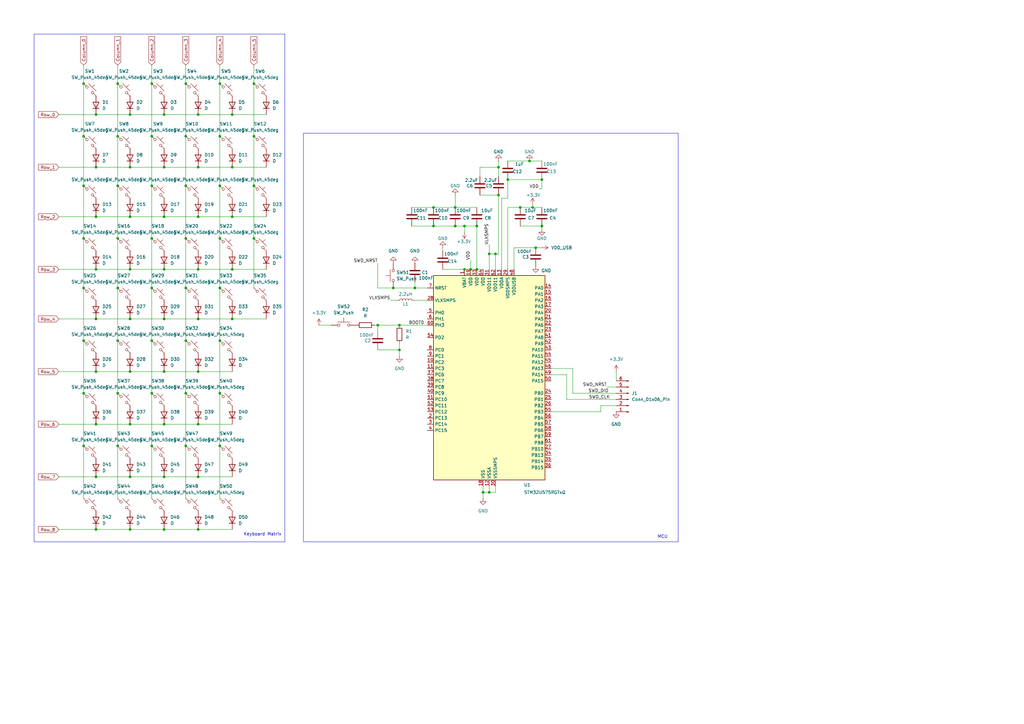
<source format=kicad_sch>
(kicad_sch (version 20250114) (generator "eeschema") (generator_version "9.0")
  (paper "A3")
  (rectangle (start 124.46 54.61) (end 278.13 222.25))
  (rectangle (start 13.97 13.97) (end 116.84 222.25))
  (text "MCU" (at 271.78 220.218 0) (effects (font (size 1.27 1.27))))
  (text "Keyboard Matrix" (at 107.696 219.202 0) (effects (font (size 1.27 1.27))))
  (junction (at 213.36 85.09))
  (junction (at 62.23 97.79))
  (junction (at 34.29 118.11))
  (junction (at 39.37 152.4))
  (junction (at 90.17 139.7))
  (junction (at 34.29 97.79))
  (junction (at 48.26 182.88))
  (junction (at 67.31 173.99))
  (junction (at 208.28 73.66))
  (junction (at 62.23 161.29))
  (junction (at 34.29 76.2))
  (junction (at 177.8 92.71))
  (junction (at 62.23 55.88))
  (junction (at 76.2 139.7))
  (junction (at 53.34 46.99))
  (junction (at 67.31 110.49))
  (junction (at 104.14 34.29))
  (junction (at 204.47 80.01))
  (junction (at 81.28 195.58))
  (junction (at 39.37 130.81))
  (junction (at 62.23 76.2))
  (junction (at 90.17 76.2))
  (junction (at 177.8 85.09))
  (junction (at 67.31 217.17))
  (junction (at 53.34 88.9))
  (junction (at 81.28 68.58))
  (junction (at 34.29 139.7))
  (junction (at 81.28 217.17))
  (junction (at 154.94 133.35))
  (junction (at 163.83 133.35))
  (junction (at 217.17 66.04))
  (junction (at 90.17 182.88))
  (junction (at 81.28 110.49))
  (junction (at 76.2 34.29))
  (junction (at 62.23 118.11))
  (junction (at 62.23 182.88))
  (junction (at 53.34 195.58))
  (junction (at 81.28 130.81))
  (junction (at 67.31 68.58))
  (junction (at 62.23 139.7))
  (junction (at 95.25 110.49))
  (junction (at 48.26 97.79))
  (junction (at 104.14 76.2))
  (junction (at 170.18 118.11))
  (junction (at 190.5 92.71))
  (junction (at 34.29 34.29))
  (junction (at 195.58 92.71))
  (junction (at 39.37 110.49))
  (junction (at 67.31 88.9))
  (junction (at 53.34 110.49))
  (junction (at 81.28 46.99))
  (junction (at 95.25 68.58))
  (junction (at 95.25 88.9))
  (junction (at 48.26 161.29))
  (junction (at 218.44 85.09))
  (junction (at 34.29 161.29))
  (junction (at 219.71 101.6))
  (junction (at 48.26 55.88))
  (junction (at 53.34 68.58))
  (junction (at 186.69 92.71))
  (junction (at 81.28 173.99))
  (junction (at 95.25 130.81))
  (junction (at 200.66 104.14))
  (junction (at 62.23 34.29))
  (junction (at 67.31 130.81))
  (junction (at 161.29 118.11))
  (junction (at 48.26 34.29))
  (junction (at 48.26 139.7))
  (junction (at 76.2 55.88))
  (junction (at 53.34 152.4))
  (junction (at 190.5 110.49))
  (junction (at 104.14 55.88))
  (junction (at 195.58 110.49))
  (junction (at 53.34 217.17))
  (junction (at 90.17 34.29))
  (junction (at 204.47 68.58))
  (junction (at 76.2 97.79))
  (junction (at 90.17 97.79))
  (junction (at 53.34 130.81))
  (junction (at 48.26 76.2))
  (junction (at 76.2 118.11))
  (junction (at 198.12 201.93))
  (junction (at 67.31 152.4))
  (junction (at 39.37 68.58))
  (junction (at 200.66 201.93))
  (junction (at 90.17 161.29))
  (junction (at 222.25 92.71))
  (junction (at 39.37 217.17))
  (junction (at 76.2 182.88))
  (junction (at 76.2 76.2))
  (junction (at 34.29 55.88))
  (junction (at 39.37 46.99))
  (junction (at 186.69 85.09))
  (junction (at 90.17 55.88))
  (junction (at 48.26 118.11))
  (junction (at 67.31 46.99))
  (junction (at 163.83 143.51))
  (junction (at 76.2 161.29))
  (junction (at 34.29 182.88))
  (junction (at 90.17 118.11))
  (junction (at 39.37 88.9))
  (junction (at 222.25 73.66))
  (junction (at 39.37 195.58))
  (junction (at 39.37 173.99))
  (junction (at 104.14 97.79))
  (junction (at 203.2 104.14))
  (junction (at 81.28 88.9))
  (junction (at 53.34 173.99))
  (junction (at 81.28 152.4))
  (junction (at 193.04 110.49))
  (junction (at 67.31 195.58))
  (junction (at 95.25 46.99))
  (wire (pts (xy 90.17 26.67) (xy 90.17 34.29)))
  (wire (pts (xy 217.17 66.04) (xy 208.28 66.04)))
  (wire (pts (xy 81.28 110.49) (xy 95.25 110.49)))
  (wire (pts (xy 34.29 161.29) (xy 34.29 182.88)))
  (wire (pts (xy 48.26 97.79) (xy 48.26 118.11)))
  (wire (pts (xy 200.66 104.14) (xy 203.2 104.14)))
  (wire (pts (xy 226.06 153.67) (xy 232.41 153.67)))
  (wire (pts (xy 24.13 217.17) (xy 39.37 217.17)))
  (wire (pts (xy 48.26 118.11) (xy 48.26 139.7)))
  (wire (pts (xy 203.2 104.14) (xy 203.2 110.49)))
  (wire (pts (xy 190.5 92.71) (xy 190.5 95.25)))
  (wire (pts (xy 48.26 34.29) (xy 48.26 55.88)))
  (wire (pts (xy 67.31 173.99) (xy 81.28 173.99)))
  (wire (pts (xy 200.66 104.14) (xy 200.66 110.49)))
  (wire (pts (xy 95.25 68.58) (xy 109.22 68.58)))
  (wire (pts (xy 190.5 92.71) (xy 195.58 92.71)))
  (wire (pts (xy 200.66 201.93) (xy 203.2 201.93)))
  (wire (pts (xy 246.38 168.91) (xy 246.38 166.37)))
  (wire (pts (xy 95.25 46.99) (xy 109.22 46.99)))
  (wire (pts (xy 81.28 130.81) (xy 95.25 130.81)))
  (wire (pts (xy 34.29 55.88) (xy 34.29 76.2)))
  (wire (pts (xy 210.82 101.6) (xy 210.82 110.49)))
  (wire (pts (xy 104.14 34.29) (xy 104.14 55.88)))
  (wire (pts (xy 62.23 182.88) (xy 62.23 204.47)))
  (wire (pts (xy 153.67 133.35) (xy 154.94 133.35)))
  (wire (pts (xy 67.31 152.4) (xy 81.28 152.4)))
  (wire (pts (xy 76.2 182.88) (xy 76.2 204.47)))
  (wire (pts (xy 170.18 118.11) (xy 175.26 118.11)))
  (wire (pts (xy 67.31 130.81) (xy 81.28 130.81)))
  (wire (pts (xy 232.41 163.83) (xy 252.73 163.83)))
  (wire (pts (xy 170.18 123.19) (xy 175.26 123.19)))
  (wire (pts (xy 195.58 110.49) (xy 198.12 110.49)))
  (wire (pts (xy 220.98 77.47) (xy 222.25 77.47)))
  (wire (pts (xy 24.13 130.81) (xy 39.37 130.81)))
  (wire (pts (xy 62.23 161.29) (xy 62.23 182.88)))
  (wire (pts (xy 53.34 130.81) (xy 67.31 130.81)))
  (wire (pts (xy 53.34 46.99) (xy 67.31 46.99)))
  (wire (pts (xy 24.13 68.58) (xy 39.37 68.58)))
  (wire (pts (xy 24.13 152.4) (xy 39.37 152.4)))
  (wire (pts (xy 76.2 139.7) (xy 76.2 161.29)))
  (wire (pts (xy 39.37 130.81) (xy 53.34 130.81)))
  (wire (pts (xy 76.2 161.29) (xy 76.2 182.88)))
  (wire (pts (xy 53.34 88.9) (xy 67.31 88.9)))
  (wire (pts (xy 81.28 46.99) (xy 95.25 46.99)))
  (wire (pts (xy 163.83 143.51) (xy 163.83 140.97)))
  (wire (pts (xy 200.66 100.33) (xy 200.66 104.14)))
  (wire (pts (xy 248.92 158.75) (xy 252.73 158.75)))
  (wire (pts (xy 168.91 92.71) (xy 177.8 92.71)))
  (wire (pts (xy 222.25 85.09) (xy 218.44 85.09)))
  (wire (pts (xy 205.74 110.49) (xy 205.74 81.28)))
  (wire (pts (xy 48.26 161.29) (xy 48.26 182.88)))
  (wire (pts (xy 198.12 199.39) (xy 198.12 201.93)))
  (wire (pts (xy 62.23 97.79) (xy 62.23 118.11)))
  (wire (pts (xy 90.17 55.88) (xy 90.17 76.2)))
  (wire (pts (xy 160.02 123.19) (xy 162.56 123.19)))
  (wire (pts (xy 95.25 88.9) (xy 109.22 88.9)))
  (wire (pts (xy 204.47 104.14) (xy 203.2 104.14)))
  (wire (pts (xy 53.34 195.58) (xy 67.31 195.58)))
  (wire (pts (xy 39.37 68.58) (xy 53.34 68.58)))
  (wire (pts (xy 226.06 168.91) (xy 246.38 168.91)))
  (wire (pts (xy 62.23 118.11) (xy 62.23 139.7)))
  (wire (pts (xy 62.23 139.7) (xy 62.23 161.29)))
  (wire (pts (xy 190.5 110.49) (xy 193.04 110.49)))
  (wire (pts (xy 154.94 118.11) (xy 161.29 118.11)))
  (wire (pts (xy 76.2 118.11) (xy 76.2 139.7)))
  (wire (pts (xy 198.12 201.93) (xy 198.12 204.47)))
  (wire (pts (xy 81.28 68.58) (xy 95.25 68.58)))
  (wire (pts (xy 181.61 110.49) (xy 190.5 110.49)))
  (wire (pts (xy 246.38 166.37) (xy 252.73 166.37)))
  (wire (pts (xy 90.17 76.2) (xy 90.17 97.79)))
  (wire (pts (xy 95.25 130.81) (xy 109.22 130.81)))
  (wire (pts (xy 204.47 66.04) (xy 204.47 68.58)))
  (wire (pts (xy 48.26 76.2) (xy 48.26 97.79)))
  (wire (pts (xy 234.95 161.29) (xy 252.73 161.29)))
  (wire (pts (xy 90.17 182.88) (xy 90.17 204.47)))
  (wire (pts (xy 48.26 26.67) (xy 48.26 34.29)))
  (wire (pts (xy 163.83 146.05) (xy 163.83 143.51)))
  (wire (pts (xy 104.14 97.79) (xy 104.14 118.11)))
  (wire (pts (xy 208.28 81.28) (xy 205.74 81.28)))
  (wire (pts (xy 208.28 73.66) (xy 208.28 81.28)))
  (wire (pts (xy 196.85 72.39) (xy 196.85 68.58)))
  (wire (pts (xy 39.37 173.99) (xy 53.34 173.99)))
  (wire (pts (xy 196.85 80.01) (xy 204.47 80.01)))
  (wire (pts (xy 218.44 83.82) (xy 218.44 85.09)))
  (wire (pts (xy 24.13 195.58) (xy 39.37 195.58)))
  (wire (pts (xy 76.2 34.29) (xy 76.2 55.88)))
  (wire (pts (xy 62.23 76.2) (xy 62.23 97.79)))
  (wire (pts (xy 62.23 34.29) (xy 62.23 55.88)))
  (wire (pts (xy 204.47 68.58) (xy 204.47 72.39)))
  (wire (pts (xy 67.31 195.58) (xy 81.28 195.58)))
  (wire (pts (xy 90.17 118.11) (xy 90.17 139.7)))
  (wire (pts (xy 62.23 26.67) (xy 62.23 34.29)))
  (wire (pts (xy 67.31 88.9) (xy 81.28 88.9)))
  (wire (pts (xy 53.34 152.4) (xy 67.31 152.4)))
  (wire (pts (xy 213.36 92.71) (xy 222.25 92.71)))
  (wire (pts (xy 208.28 73.66) (xy 222.25 73.66)))
  (wire (pts (xy 200.66 199.39) (xy 200.66 201.93)))
  (wire (pts (xy 154.94 107.95) (xy 154.94 118.11)))
  (wire (pts (xy 62.23 55.88) (xy 62.23 76.2)))
  (wire (pts (xy 234.95 151.13) (xy 234.95 161.29)))
  (wire (pts (xy 67.31 46.99) (xy 81.28 46.99)))
  (wire (pts (xy 24.13 88.9) (xy 39.37 88.9)))
  (wire (pts (xy 81.28 173.99) (xy 95.25 173.99)))
  (wire (pts (xy 222.25 66.04) (xy 217.17 66.04)))
  (wire (pts (xy 222.25 77.47) (xy 222.25 73.66)))
  (wire (pts (xy 34.29 139.7) (xy 34.29 161.29)))
  (wire (pts (xy 24.13 46.99) (xy 39.37 46.99)))
  (wire (pts (xy 81.28 217.17) (xy 95.25 217.17)))
  (wire (pts (xy 34.29 97.79) (xy 34.29 118.11)))
  (wire (pts (xy 252.73 152.4) (xy 252.73 156.21)))
  (wire (pts (xy 177.8 92.71) (xy 186.69 92.71)))
  (wire (pts (xy 90.17 97.79) (xy 90.17 118.11)))
  (wire (pts (xy 53.34 110.49) (xy 67.31 110.49)))
  (wire (pts (xy 24.13 173.99) (xy 39.37 173.99)))
  (wire (pts (xy 154.94 133.35) (xy 154.94 135.89)))
  (wire (pts (xy 76.2 76.2) (xy 76.2 97.79)))
  (wire (pts (xy 186.69 85.09) (xy 195.58 85.09)))
  (wire (pts (xy 104.14 76.2) (xy 104.14 97.79)))
  (wire (pts (xy 154.94 133.35) (xy 163.83 133.35)))
  (wire (pts (xy 39.37 46.99) (xy 53.34 46.99)))
  (wire (pts (xy 208.28 85.09) (xy 213.36 85.09)))
  (wire (pts (xy 222.25 92.71) (xy 222.25 93.98)))
  (wire (pts (xy 213.36 85.09) (xy 218.44 85.09)))
  (wire (pts (xy 226.06 151.13) (xy 234.95 151.13)))
  (wire (pts (xy 81.28 195.58) (xy 95.25 195.58)))
  (wire (pts (xy 104.14 26.67) (xy 104.14 34.29)))
  (wire (pts (xy 67.31 217.17) (xy 81.28 217.17)))
  (wire (pts (xy 193.04 106.68) (xy 193.04 110.49)))
  (wire (pts (xy 53.34 173.99) (xy 67.31 173.99)))
  (wire (pts (xy 195.58 92.71) (xy 195.58 110.49)))
  (wire (pts (xy 95.25 110.49) (xy 109.22 110.49)))
  (wire (pts (xy 34.29 26.67) (xy 34.29 34.29)))
  (wire (pts (xy 104.14 55.88) (xy 104.14 76.2)))
  (wire (pts (xy 67.31 68.58) (xy 81.28 68.58)))
  (wire (pts (xy 34.29 34.29) (xy 34.29 55.88)))
  (wire (pts (xy 39.37 152.4) (xy 53.34 152.4)))
  (wire (pts (xy 130.81 133.35) (xy 135.89 133.35)))
  (wire (pts (xy 34.29 118.11) (xy 34.29 139.7)))
  (wire (pts (xy 186.69 92.71) (xy 190.5 92.71)))
  (wire (pts (xy 34.29 76.2) (xy 34.29 97.79)))
  (wire (pts (xy 81.28 88.9) (xy 95.25 88.9)))
  (wire (pts (xy 48.26 55.88) (xy 48.26 76.2)))
  (wire (pts (xy 90.17 34.29) (xy 90.17 55.88)))
  (wire (pts (xy 204.47 80.01) (xy 204.47 104.14)))
  (wire (pts (xy 222.25 101.6) (xy 219.71 101.6)))
  (wire (pts (xy 48.26 182.88) (xy 48.26 204.47)))
  (wire (pts (xy 90.17 139.7) (xy 90.17 161.29)))
  (wire (pts (xy 161.29 118.11) (xy 170.18 118.11)))
  (wire (pts (xy 154.94 143.51) (xy 163.83 143.51)))
  (wire (pts (xy 203.2 199.39) (xy 203.2 201.93)))
  (wire (pts (xy 186.69 80.01) (xy 186.69 85.09)))
  (wire (pts (xy 76.2 26.67) (xy 76.2 34.29)))
  (wire (pts (xy 90.17 161.29) (xy 90.17 182.88)))
  (wire (pts (xy 39.37 88.9) (xy 53.34 88.9)))
  (wire (pts (xy 198.12 201.93) (xy 200.66 201.93)))
  (wire (pts (xy 168.91 85.09) (xy 177.8 85.09)))
  (wire (pts (xy 76.2 97.79) (xy 76.2 118.11)))
  (wire (pts (xy 39.37 110.49) (xy 53.34 110.49)))
  (wire (pts (xy 81.28 152.4) (xy 95.25 152.4)))
  (wire (pts (xy 232.41 153.67) (xy 232.41 163.83)))
  (wire (pts (xy 196.85 68.58) (xy 204.47 68.58)))
  (wire (pts (xy 170.18 115.57) (xy 170.18 118.11)))
  (wire (pts (xy 53.34 68.58) (xy 67.31 68.58)))
  (wire (pts (xy 48.26 139.7) (xy 48.26 161.29)))
  (wire (pts (xy 53.34 217.17) (xy 67.31 217.17)))
  (wire (pts (xy 163.83 133.35) (xy 175.26 133.35)))
  (wire (pts (xy 177.8 85.09) (xy 186.69 85.09)))
  (wire (pts (xy 219.71 101.6) (xy 210.82 101.6)))
  (wire (pts (xy 39.37 217.17) (xy 53.34 217.17)))
  (wire (pts (xy 208.28 85.09) (xy 208.28 110.49)))
  (wire (pts (xy 34.29 182.88) (xy 34.29 204.47)))
  (wire (pts (xy 39.37 195.58) (xy 53.34 195.58)))
  (wire (pts (xy 193.04 110.49) (xy 195.58 110.49)))
  (wire (pts (xy 24.13 110.49) (xy 39.37 110.49)))
  (wire (pts (xy 181.61 101.6) (xy 181.61 102.87)))
  (wire (pts (xy 67.31 110.49) (xy 81.28 110.49)))
  (wire (pts (xy 76.2 55.88) (xy 76.2 76.2)))
  (label "VDD" (at 220.98 77.47 180))
  (label "VLXSMPS" (at 200.66 100.33 90))
  (label "BOOT0" (at 167.64 133.35 0))
  (label "SWD_CLK" (at 250.19 163.83 180))
  (label "VLXSMPS" (at 160.02 123.19 180))
  (label "SWD_DIO" (at 241.3 161.29 0))
  (label "SWD_NRST" (at 154.94 107.95 180))
  (label "VDD" (at 193.04 106.68 90))
  (label "SWD_NRST" (at 248.92 158.75 180))
  (global_label "Column_0" (shape input) (at 34.29 26.67 90) (property "Intersheetrefs" "${INTERSHEET_REFS}" (effects (hide yes))))
  (global_label "Row_5" (shape input) (at 24.13 152.4 180) (property "Intersheetrefs" "${INTERSHEET_REFS}" (effects (hide yes))))
  (global_label "Column_1" (shape input) (at 48.26 26.67 90) (property "Intersheetrefs" "${INTERSHEET_REFS}" (effects (hide yes))))
  (global_label "Row_7" (shape input) (at 24.13 195.58 180) (property "Intersheetrefs" "${INTERSHEET_REFS}" (effects (hide yes))))
  (global_label "Row_4" (shape input) (at 24.13 130.81 180) (property "Intersheetrefs" "${INTERSHEET_REFS}" (effects (hide yes))))
  (global_label "Row_1" (shape input) (at 24.13 68.58 180) (property "Intersheetrefs" "${INTERSHEET_REFS}" (effects (hide yes))))
  (global_label "Row_6" (shape input) (at 24.13 173.99 180) (property "Intersheetrefs" "${INTERSHEET_REFS}" (effects (hide yes))))
  (global_label "Column_3" (shape input) (at 76.2 26.67 90) (property "Intersheetrefs" "${INTERSHEET_REFS}" (effects (hide yes))))
  (global_label "Column_2" (shape input) (at 62.23 26.67 90) (property "Intersheetrefs" "${INTERSHEET_REFS}" (effects (hide yes))))
  (global_label "Row_2" (shape input) (at 24.13 88.9 180) (property "Intersheetrefs" "${INTERSHEET_REFS}" (effects (hide yes))))
  (global_label "Row_0" (shape input) (at 24.13 46.99 180) (property "Intersheetrefs" "${INTERSHEET_REFS}" (effects (hide yes))))
  (global_label "Column_4" (shape input) (at 90.17 26.67 90) (property "Intersheetrefs" "${INTERSHEET_REFS}" (effects (hide yes))))
  (global_label "Column_5" (shape input) (at 104.14 26.67 90) (property "Intersheetrefs" "${INTERSHEET_REFS}" (effects (hide yes))))
  (global_label "Row_3" (shape input) (at 24.13 110.49 180) (property "Intersheetrefs" "${INTERSHEET_REFS}" (effects (hide yes))))
  (global_label "Row_8" (shape input) (at 24.13 217.17 180) (property "Intersheetrefs" "${INTERSHEET_REFS}" (effects (hide yes))))
  (symbol (lib_id "power:GND") (at 163.83 146.05 0) (unit 1)
    (property "Reference" "#PWR05" (effects (hide yes)))
    (property "Value" "GND" (at 163.83 151.13 0))
    (property "Description" "Power symbol creates a global label with name \"GND\" , ground" (effects (hide yes)))
  )
  (symbol (lib_id "Switch:SW_Push_45deg") (at 78.74 142.24 0) (unit 1)
    (property "Reference" "SW32" (at 78.74 134.62 0))
    (property "Value" "SW_Push_45deg" (at 78.74 137.16 0))
    (property "Description" "Push button switch, normally open, two pins, 45° tilted" (effects (hide yes)))
  )
  (symbol (lib_id "Switch:SW_Push_45deg") (at 50.8 100.33 0) (unit 1)
    (property "Reference" "SW16" (at 50.8 92.71 0))
    (property "Value" "SW_Push_45deg" (at 50.8 95.25 0))
    (property "Description" "Push button switch, normally open, two pins, 45° tilted" (effects (hide yes)))
  )
  (symbol (lib_id "Device:D") (at 39.37 191.77 90) (unit 1)
    (property "Reference" "D41" (at 41.91 190.4999 90) (effects (justify right)))
    (property "Value" "D" (at 41.91 193.0399 90) (effects (justify right)))
    (property "Description" "Diode" (effects (hide yes)))
    (property "Sim.Device" "D" (effects (hide yes)))
    (property "Sim.Pins" "1=K 2=A" (effects (hide yes)))
  )
  (symbol (lib_id "Switch:SW_Push_45deg") (at 50.8 36.83 0) (unit 1)
    (property "Reference" "SW2" (at 50.8 29.21 0))
    (property "Value" "SW_Push_45deg" (at 50.8 31.75 0))
    (property "Description" "Push button switch, normally open, two pins, 45° tilted" (effects (hide yes)))
  )
  (symbol (lib_id "Device:D") (at 81.28 85.09 90) (unit 1)
    (property "Reference" "D19" (at 83.82 83.8199 90) (effects (justify right)))
    (property "Value" "D" (at 83.82 86.3599 90) (effects (justify right)))
    (property "Description" "Diode" (effects (hide yes)))
    (property "Sim.Device" "D" (effects (hide yes)))
    (property "Sim.Pins" "1=K 2=A" (effects (hide yes)))
  )
  (symbol (lib_id "Device:D") (at 67.31 191.77 90) (unit 1)
    (property "Reference" "D45" (at 69.85 190.4999 90) (effects (justify right)))
    (property "Value" "D" (at 69.85 193.0399 90) (effects (justify right)))
    (property "Description" "Diode" (effects (hide yes)))
    (property "Sim.Device" "D" (effects (hide yes)))
    (property "Sim.Pins" "1=K 2=A" (effects (hide yes)))
  )
  (symbol (lib_id "power:+3.3V") (at 218.44 83.82 0) (unit 1)
    (property "Reference" "#PWR010" (effects (hide yes)))
    (property "Value" "+3.3V" (at 218.694 80.01 0))
    (property "Description" "Power symbol creates a global label with name \"+3.3V\"" (effects (hide yes)))
  )
  (symbol (lib_id "Device:D") (at 109.22 43.18 90) (unit 1)
    (property "Reference" "D6" (at 111.76 41.9099 90) (effects (justify right)))
    (property "Value" "D" (at 111.76 44.4499 90) (effects (justify right)))
    (property "Description" "Diode" (effects (hide yes)))
    (property "Sim.Device" "D" (effects (hide yes)))
    (property "Sim.Pins" "1=K 2=A" (effects (hide yes)))
  )
  (symbol (lib_id "Device:L") (at 166.37 123.19 90) (unit 1)
    (property "Reference" "L1" (at 166.37 124.714 90))
    (property "Value" "2.2uH" (at 166.37 120.65 90))
    (property "Description" "Inductor" (effects (hide yes)))
  )
  (symbol (lib_id "Switch:SW_Push_45deg") (at 64.77 185.42 0) (unit 1)
    (property "Reference" "SW45" (at 64.77 177.8 0))
    (property "Value" "SW_Push_45deg" (at 64.77 180.34 0))
    (property "Description" "Push button switch, normally open, two pins, 45° tilted" (effects (hide yes)))
  )
  (symbol (lib_id "Switch:SW_Push_45deg") (at 36.83 36.83 0) (unit 1)
    (property "Reference" "SW1" (at 36.83 29.21 0))
    (property "Value" "SW_Push_45deg" (at 36.83 31.75 0))
    (property "Description" "Push button switch, normally open, two pins, 45° tilted" (effects (hide yes)))
  )
  (symbol (lib_id "Device:D") (at 81.28 64.77 90) (unit 1)
    (property "Reference" "D10" (at 83.82 63.4999 90) (effects (justify right)))
    (property "Value" "D" (at 83.82 66.0399 90) (effects (justify right)))
    (property "Description" "Diode" (effects (hide yes)))
    (property "Sim.Device" "D" (effects (hide yes)))
    (property "Sim.Pins" "1=K 2=A" (effects (hide yes)))
  )
  (symbol (lib_id "Switch:SW_Push_45deg") (at 36.83 58.42 0) (unit 1)
    (property "Reference" "SW7" (at 36.83 50.8 0))
    (property "Value" "SW_Push_45deg" (at 36.83 53.34 0))
    (property "Description" "Push button switch, normally open, two pins, 45° tilted" (effects (hide yes)))
  )
  (symbol (lib_id "Device:D") (at 95.25 148.59 90) (unit 1)
    (property "Reference" "D34" (at 97.79 147.3199 90) (effects (justify right)))
    (property "Value" "D" (at 97.79 149.8599 90) (effects (justify right)))
    (property "Description" "Diode" (effects (hide yes)))
    (property "Sim.Device" "D" (effects (hide yes)))
    (property "Sim.Pins" "1=K 2=A" (effects (hide yes)))
  )
  (symbol (lib_id "Device:D") (at 67.31 170.18 90) (unit 1)
    (property "Reference" "D38" (at 69.85 168.9099 90) (effects (justify right)))
    (property "Value" "D" (at 69.85 171.4499 90) (effects (justify right)))
    (property "Description" "Diode" (effects (hide yes)))
    (property "Sim.Device" "D" (effects (hide yes)))
    (property "Sim.Pins" "1=K 2=A" (effects (hide yes)))
  )
  (symbol (lib_id "Device:C") (at 196.85 76.2 180) (unit 1)
    (property "Reference" "C6" (at 194.056 76.2 0) (effects (justify left)))
    (property "Value" "2.2uF" (at 196.088 73.914 0) (effects (justify left)))
    (property "Description" "Unpolarized capacitor" (effects (hide yes)))
  )
  (symbol (lib_id "Switch:SW_Push_45deg") (at 106.68 78.74 0) (unit 1)
    (property "Reference" "SW23" (effects (hide yes)))
    (property "Value" "SW_Push_45deg" (at 106.68 73.66 0))
    (property "Description" "Push button switch, normally open, two pins, 45° tilted" (effects (hide yes)))
  )
  (symbol (lib_id "Switch:SW_Push_45deg") (at 36.83 185.42 0) (unit 1)
    (property "Reference" "SW41" (at 36.83 177.8 0))
    (property "Value" "SW_Push_45deg" (at 36.83 180.34 0))
    (property "Description" "Push button switch, normally open, two pins, 45° tilted" (effects (hide yes)))
  )
  (symbol (lib_id "Device:D") (at 67.31 213.36 90) (unit 1)
    (property "Reference" "D46" (at 69.85 212.0899 90) (effects (justify right)))
    (property "Value" "D" (at 69.85 214.6299 90) (effects (justify right)))
    (property "Description" "Diode" (effects (hide yes)))
    (property "Sim.Device" "D" (effects (hide yes)))
    (property "Sim.Pins" "1=K 2=A" (effects (hide yes)))
  )
  (symbol (lib_id "Device:C") (at 204.47 76.2 180) (unit 1)
    (property "Reference" "C5" (at 201.93 76.2 0) (effects (justify left)))
    (property "Value" "2.2uF" (at 203.962 73.914 0) (effects (justify left)))
    (property "Description" "Unpolarized capacitor" (effects (hide yes)))
  )
  (symbol (lib_id "Switch:SW_Push_45deg") (at 36.83 207.01 0) (unit 1)
    (property "Reference" "SW42" (at 36.83 199.39 0))
    (property "Value" "SW_Push_45deg" (at 36.83 201.93 0))
    (property "Description" "Push button switch, normally open, two pins, 45° tilted" (effects (hide yes)))
  )
  (symbol (lib_id "power:GND") (at 186.69 80.01 180) (unit 1)
    (property "Reference" "#PWR014" (effects (hide yes)))
    (property "Value" "GND" (at 186.69 76.2 0))
    (property "Description" "Power symbol creates a global label with name \"GND\" , ground" (effects (hide yes)))
  )
  (symbol (lib_id "Device:D") (at 39.37 170.18 90) (unit 1)
    (property "Reference" "D36" (at 41.91 168.9099 90) (effects (justify right)))
    (property "Value" "D" (at 41.91 171.4499 90) (effects (justify right)))
    (property "Description" "Diode" (effects (hide yes)))
    (property "Sim.Device" "D" (effects (hide yes)))
    (property "Sim.Pins" "1=K 2=A" (effects (hide yes)))
  )
  (symbol (lib_id "Device:D") (at 81.28 106.68 90) (unit 1)
    (property "Reference" "D20" (at 83.82 105.4099 90) (effects (justify right)))
    (property "Value" "D" (at 83.82 107.9499 90) (effects (justify right)))
    (property "Description" "Diode" (effects (hide yes)))
    (property "Sim.Device" "D" (effects (hide yes)))
    (property "Sim.Pins" "1=K 2=A" (effects (hide yes)))
  )
  (symbol (lib_id "Device:D") (at 53.34 127 90) (unit 1)
    (property "Reference" "D27" (at 55.88 125.7299 90) (effects (justify right)))
    (property "Value" "D" (at 55.88 128.2699 90) (effects (justify right)))
    (property "Description" "Diode" (effects (hide yes)))
    (property "Sim.Device" "D" (effects (hide yes)))
    (property "Sim.Pins" "1=K 2=A" (effects (hide yes)))
  )
  (symbol (lib_id "Device:D") (at 39.37 43.18 90) (unit 1)
    (property "Reference" "D1" (at 41.91 41.9099 90) (effects (justify right)))
    (property "Value" "D" (at 41.91 44.4499 90) (effects (justify right)))
    (property "Description" "Diode" (effects (hide yes)))
    (property "Sim.Device" "D" (effects (hide yes)))
    (property "Sim.Pins" "1=K 2=A" (effects (hide yes)))
  )
  (symbol (lib_id "Switch:SW_Push_45deg") (at 78.74 207.01 0) (unit 1)
    (property "Reference" "SW48" (at 78.74 199.39 0))
    (property "Value" "SW_Push_45deg" (at 78.74 201.93 0))
    (property "Description" "Push button switch, normally open, two pins, 45° tilted" (effects (hide yes)))
  )
  (symbol (lib_id "Device:D") (at 39.37 85.09 90) (unit 1)
    (property "Reference" "D13" (at 41.91 83.8199 90) (effects (justify right)))
    (property "Value" "D" (at 41.91 86.3599 90) (effects (justify right)))
    (property "Description" "Diode" (effects (hide yes)))
    (property "Sim.Device" "D" (effects (hide yes)))
    (property "Sim.Pins" "1=K 2=A" (effects (hide yes)))
  )
  (symbol (lib_id "Device:D") (at 67.31 106.68 90) (unit 1)
    (property "Reference" "D18" (at 69.85 105.4099 90) (effects (justify right)))
    (property "Value" "D" (at 69.85 107.9499 90) (effects (justify right)))
    (property "Description" "Diode" (effects (hide yes)))
    (property "Sim.Device" "D" (effects (hide yes)))
    (property "Sim.Pins" "1=K 2=A" (effects (hide yes)))
  )
  (symbol (lib_id "Switch:SW_Push_45deg") (at 50.8 78.74 0) (unit 1)
    (property "Reference" "SW15" (effects (hide yes)))
    (property "Value" "SW_Push_45deg" (at 50.8 73.66 0))
    (property "Description" "Push button switch, normally open, two pins, 45° tilted" (effects (hide yes)))
  )
  (symbol (lib_id "Switch:SW_Push_45deg") (at 106.68 120.65 0) (unit 1)
    (property "Reference" "SW35" (at 106.68 113.03 0))
    (property "Value" "SW_Push_45deg" (at 106.68 115.57 0))
    (property "Description" "Push button switch, normally open, two pins, 45° tilted" (effects (hide yes)))
  )
  (symbol (lib_id "Device:D") (at 67.31 85.09 90) (unit 1)
    (property "Reference" "D17" (at 69.85 83.8199 90) (effects (justify right)))
    (property "Value" "D" (at 69.85 86.3599 90) (effects (justify right)))
    (property "Description" "Diode" (effects (hide yes)))
    (property "Sim.Device" "D" (effects (hide yes)))
    (property "Sim.Pins" "1=K 2=A" (effects (hide yes)))
  )
  (symbol (lib_id "Device:D") (at 39.37 213.36 90) (unit 1)
    (property "Reference" "D42" (at 41.91 212.0899 90) (effects (justify right)))
    (property "Value" "D" (at 41.91 214.6299 90) (effects (justify right)))
    (property "Description" "Diode" (effects (hide yes)))
    (property "Sim.Device" "D" (effects (hide yes)))
    (property "Sim.Pins" "1=K 2=A" (effects (hide yes)))
  )
  (symbol (lib_id "Device:D") (at 81.28 127 90) (unit 1)
    (property "Reference" "D31" (at 83.82 125.7299 90) (effects (justify right)))
    (property "Value" "D" (at 83.82 128.2699 90) (effects (justify right)))
    (property "Description" "Diode" (effects (hide yes)))
    (property "Sim.Device" "D" (effects (hide yes)))
    (property "Sim.Pins" "1=K 2=A" (effects (hide yes)))
  )
  (symbol (lib_id "Device:R") (at 163.83 137.16 0) (unit 1)
    (property "Reference" "R1" (at 166.37 135.8899 0) (effects (justify left)))
    (property "Value" "R" (at 166.37 138.4299 0) (effects (justify left)))
    (property "Description" "Resistor" (effects (hide yes)))
  )
  (symbol (lib_id "power:GND") (at 204.47 66.04 180) (unit 1)
    (property "Reference" "#PWR012" (effects (hide yes)))
    (property "Value" "GND" (at 204.47 62.23 0))
    (property "Description" "Power symbol creates a global label with name \"GND\" , ground" (effects (hide yes)))
  )
  (symbol (lib_id "Device:D") (at 81.28 213.36 90) (unit 1)
    (property "Reference" "D48" (at 83.82 212.0899 90) (effects (justify right)))
    (property "Value" "D" (at 83.82 214.6299 90) (effects (justify right)))
    (property "Description" "Diode" (effects (hide yes)))
    (property "Sim.Device" "D" (effects (hide yes)))
    (property "Sim.Pins" "1=K 2=A" (effects (hide yes)))
  )
  (symbol (lib_id "Device:C") (at 208.28 69.85 180) (unit 1)
    (property "Reference" "C12" (at 214.122 70.358 0) (effects (justify left)))
    (property "Value" "1uF" (at 214.884 67.31 0) (effects (justify left)))
    (property "Description" "Unpolarized capacitor" (effects (hide yes)))
  )
  (symbol (lib_id "Switch:SW_Push") (at 140.97 133.35 0) (unit 1)
    (property "Reference" "SW52" (at 140.97 125.73 0))
    (property "Value" "SW_Push" (at 140.97 128.27 0))
    (property "Description" "Push button switch, generic, two pins" (effects (hide yes)))
  )
  (symbol (lib_id "Device:D") (at 53.34 106.68 90) (unit 1)
    (property "Reference" "D16" (at 55.88 105.4099 90) (effects (justify right)))
    (property "Value" "D" (at 55.88 107.9499 90) (effects (justify right)))
    (property "Description" "Diode" (effects (hide yes)))
    (property "Sim.Device" "D" (effects (hide yes)))
    (property "Sim.Pins" "1=K 2=A" (effects (hide yes)))
  )
  (symbol (lib_id "Switch:SW_Push_45deg") (at 78.74 36.83 0) (unit 1)
    (property "Reference" "SW4" (at 78.74 29.21 0))
    (property "Value" "SW_Push_45deg" (at 78.74 31.75 0))
    (property "Description" "Push button switch, normally open, two pins, 45° tilted" (effects (hide yes)))
  )
  (symbol (lib_id "Device:D") (at 95.25 85.09 90) (unit 1)
    (property "Reference" "D21" (at 97.79 83.8199 90) (effects (justify right)))
    (property "Value" "D" (at 97.79 86.3599 90) (effects (justify right)))
    (property "Description" "Diode" (effects (hide yes)))
    (property "Sim.Device" "D" (effects (hide yes)))
    (property "Sim.Pins" "1=K 2=A" (effects (hide yes)))
  )
  (symbol (lib_id "Switch:SW_Push_45deg") (at 92.71 120.65 0) (unit 1)
    (property "Reference" "SW33" (at 92.71 113.03 0))
    (property "Value" "SW_Push_45deg" (at 92.71 115.57 0))
    (property "Description" "Push button switch, normally open, two pins, 45° tilted" (effects (hide yes)))
  )
  (symbol (lib_id "Device:D") (at 109.22 85.09 90) (unit 1)
    (property "Reference" "D23" (at 111.76 83.8199 90) (effects (justify right)))
    (property "Value" "D" (at 111.76 86.3599 90) (effects (justify right)))
    (property "Description" "Diode" (effects (hide yes)))
    (property "Sim.Device" "D" (effects (hide yes)))
    (property "Sim.Pins" "1=K 2=A" (effects (hide yes)))
  )
  (symbol (lib_id "Switch:SW_Push_45deg") (at 50.8 163.83 0) (unit 1)
    (property "Reference" "SW37" (at 50.8 156.21 0))
    (property "Value" "SW_Push_45deg" (at 50.8 158.75 0))
    (property "Description" "Push button switch, normally open, two pins, 45° tilted" (effects (hide yes)))
  )
  (symbol (lib_id "Switch:SW_Push_45deg") (at 64.77 58.42 0) (unit 1)
    (property "Reference" "SW9" (at 64.77 50.8 0))
    (property "Value" "SW_Push_45deg" (at 64.77 53.34 0))
    (property "Description" "Push button switch, normally open, two pins, 45° tilted" (effects (hide yes)))
  )
  (symbol (lib_id "power:+3.3V") (at 252.73 152.4 0) (unit 1)
    (property "Reference" "#PWR02" (effects (hide yes)))
    (property "Value" "+3.3V" (at 252.73 147.32 0))
    (property "Description" "Power symbol creates a global label with name \"+3.3V\"" (effects (hide yes)))
  )
  (symbol (lib_id "Switch:SW_Push_45deg") (at 92.71 185.42 0) (unit 1)
    (property "Reference" "SW49" (at 92.71 177.8 0))
    (property "Value" "SW_Push_45deg" (at 92.71 180.34 0))
    (property "Description" "Push button switch, normally open, two pins, 45° tilted" (effects (hide yes)))
  )
  (symbol (lib_id "Device:D") (at 95.25 191.77 90) (unit 1)
    (property "Reference" "D49" (at 97.79 190.4999 90) (effects (justify right)))
    (property "Value" "D" (at 97.79 193.0399 90) (effects (justify right)))
    (property "Description" "Diode" (effects (hide yes)))
    (property "Sim.Device" "D" (effects (hide yes)))
    (property "Sim.Pins" "1=K 2=A" (effects (hide yes)))
  )
  (symbol (lib_id "Device:D") (at 53.34 64.77 90) (unit 1)
    (property "Reference" "D8" (at 55.88 63.4999 90) (effects (justify right)))
    (property "Value" "D" (at 55.88 66.0399 90) (effects (justify right)))
    (property "Description" "Diode" (effects (hide yes)))
    (property "Sim.Device" "D" (effects (hide yes)))
    (property "Sim.Pins" "1=K 2=A" (effects (hide yes)))
  )
  (symbol (lib_id "Switch:SW_Push_45deg") (at 64.77 163.83 0) (unit 1)
    (property "Reference" "SW38" (at 64.77 156.21 0))
    (property "Value" "SW_Push_45deg" (at 64.77 158.75 0))
    (property "Description" "Push button switch, normally open, two pins, 45° tilted" (effects (hide yes)))
  )
  (symbol (lib_id "Device:D") (at 81.28 43.18 90) (unit 1)
    (property "Reference" "D4" (at 83.82 41.9099 90) (effects (justify right)))
    (property "Value" "D" (at 83.82 44.4499 90) (effects (justify right)))
    (property "Description" "Diode" (effects (hide yes)))
    (property "Sim.Device" "D" (effects (hide yes)))
    (property "Sim.Pins" "1=K 2=A" (effects (hide yes)))
  )
  (symbol (lib_id "Switch:SW_Push_45deg") (at 78.74 58.42 0) (unit 1)
    (property "Reference" "SW10" (at 78.74 50.8 0))
    (property "Value" "SW_Push_45deg" (at 78.74 53.34 0))
    (property "Description" "Push button switch, normally open, two pins, 45° tilted" (effects (hide yes)))
  )
  (symbol (lib_id "Switch:SW_Push_45deg") (at 78.74 185.42 0) (unit 1)
    (property "Reference" "SW47" (at 78.74 177.8 0))
    (property "Value" "SW_Push_45deg" (at 78.74 180.34 0))
    (property "Description" "Push button switch, normally open, two pins, 45° tilted" (effects (hide yes)))
  )
  (symbol (lib_id "Device:C") (at 219.71 105.41 180) (unit 1)
    (property "Reference" "C3" (at 216.916 105.41 0) (effects (justify left)))
    (property "Value" "100nF" (at 218.186 103.124 0) (effects (justify left)))
    (property "Description" "Unpolarized capacitor" (effects (hide yes)))
  )
  (symbol (lib_id "Device:D") (at 95.25 213.36 90) (unit 1)
    (property "Reference" "D50" (at 97.79 212.0899 90) (effects (justify right)))
    (property "Value" "D" (at 97.79 214.6299 90) (effects (justify right)))
    (property "Description" "Diode" (effects (hide yes)))
    (property "Sim.Device" "D" (effects (hide yes)))
    (property "Sim.Pins" "1=K 2=A" (effects (hide yes)))
  )
  (symbol (lib_id "power:+3.3V") (at 190.5 95.25 180) (unit 1)
    (property "Reference" "#PWR013" (effects (hide yes)))
    (property "Value" "+3.3V" (at 190.246 99.06 0))
    (property "Description" "Power symbol creates a global label with name \"+3.3V\"" (effects (hide yes)))
  )
  (symbol (lib_id "Switch:SW_Push_45deg") (at 92.71 207.01 0) (unit 1)
    (property "Reference" "SW50" (at 92.71 199.39 0))
    (property "Value" "SW_Push_45deg" (at 92.71 201.93 0))
    (property "Description" "Push button switch, normally open, two pins, 45° tilted" (effects (hide yes)))
  )
  (symbol (lib_id "Switch:SW_Push_45deg") (at 64.77 78.74 0) (unit 1)
    (property "Reference" "SW17" (effects (hide yes)))
    (property "Value" "SW_Push_45deg" (at 64.77 73.66 0))
    (property "Description" "Push button switch, normally open, two pins, 45° tilted" (effects (hide yes)))
  )
  (symbol (lib_id "power:GND") (at 222.25 93.98 0) (unit 1)
    (property "Reference" "#PWR011" (effects (hide yes)))
    (property "Value" "GND" (at 222.25 97.79 0))
    (property "Description" "Power symbol creates a global label with name \"GND\" , ground" (effects (hide yes)))
  )
  (symbol (lib_id "Switch:SW_Push_45deg") (at 92.71 78.74 0) (unit 1)
    (property "Reference" "SW21" (effects (hide yes)))
    (property "Value" "SW_Push_45deg" (at 92.71 73.66 0))
    (property "Description" "Push button switch, normally open, two pins, 45° tilted" (effects (hide yes)))
  )
  (symbol (lib_id "Device:D") (at 109.22 127 90) (unit 1)
    (property "Reference" "D35" (at 111.76 125.7299 90) (effects (justify right)))
    (property "Value" "D" (at 111.76 128.2699 90) (effects (justify right)))
    (property "Description" "Diode" (effects (hide yes)))
    (property "Sim.Device" "D" (effects (hide yes)))
    (property "Sim.Pins" "1=K 2=A" (effects (hide yes)))
  )
  (symbol (lib_id "power:VDD") (at 222.25 101.6 270) (unit 1)
    (property "Reference" "#PWR08" (effects (hide yes)))
    (property "Value" "VDD_USB" (at 226.06 101.5999 90) (effects (justify left)))
    (property "Description" "Power symbol creates a global label with name \"VDD\"" (effects (hide yes)))
  )
  (symbol (lib_id "Switch:SW_Push_45deg") (at 106.68 100.33 0) (unit 1)
    (property "Reference" "SW24" (at 106.68 92.71 0))
    (property "Value" "SW_Push_45deg" (at 106.68 95.25 0))
    (property "Description" "Push button switch, normally open, two pins, 45° tilted" (effects (hide yes)))
  )
  (symbol (lib_id "Device:D") (at 95.25 170.18 90) (unit 1)
    (property "Reference" "D40" (at 97.79 168.9099 90) (effects (justify right)))
    (property "Value" "D" (at 97.79 171.4499 90) (effects (justify right)))
    (property "Description" "Diode" (effects (hide yes)))
    (property "Sim.Device" "D" (effects (hide yes)))
    (property "Sim.Pins" "1=K 2=A" (effects (hide yes)))
  )
  (symbol (lib_id "Switch:SW_Push_45deg") (at 50.8 120.65 0) (unit 1)
    (property "Reference" "SW27" (at 50.8 113.03 0))
    (property "Value" "SW_Push_45deg" (at 50.8 115.57 0))
    (property "Description" "Push button switch, normally open, two pins, 45° tilted" (effects (hide yes)))
  )
  (symbol (lib_id "Switch:SW_Push_45deg") (at 64.77 142.24 0) (unit 1)
    (property "Reference" "SW30" (at 64.77 134.62 0))
    (property "Value" "SW_Push_45deg" (at 64.77 137.16 0))
    (property "Description" "Push button switch, normally open, two pins, 45° tilted" (effects (hide yes)))
  )
  (symbol (lib_id "Device:C") (at 154.94 139.7 180) (unit 1)
    (property "Reference" "C2" (at 152.146 139.7 0) (effects (justify left)))
    (property "Value" "100nF" (at 153.416 137.414 0) (effects (justify left)))
    (property "Description" "Unpolarized capacitor" (effects (hide yes)))
  )
  (symbol (lib_id "Switch:SW_Push_45deg") (at 78.74 163.83 0) (unit 1)
    (property "Reference" "SW39" (at 78.74 156.21 0))
    (property "Value" "SW_Push_45deg" (at 78.74 158.75 0))
    (property "Description" "Push button switch, normally open, two pins, 45° tilted" (effects (hide yes)))
  )
  (symbol (lib_id "Connector:Conn_01x06_Pin") (at 257.81 163.83 180) (unit 1)
    (property "Reference" "J1" (at 259.08 161.2899 0) (effects (justify right)))
    (property "Value" "Conn_01x06_Pin" (at 259.08 163.8299 0) (effects (justify right)))
    (property "Description" "Generic connector, single row, 01x06, script generated" (effects (hide yes)))
  )
  (symbol (lib_id "Device:D") (at 95.25 106.68 90) (unit 1)
    (property "Reference" "D22" (at 97.79 105.4099 90) (effects (justify right)))
    (property "Value" "D" (at 97.79 107.9499 90) (effects (justify right)))
    (property "Description" "Diode" (effects (hide yes)))
    (property "Sim.Device" "D" (effects (hide yes)))
    (property "Sim.Pins" "1=K 2=A" (effects (hide yes)))
  )
  (symbol (lib_id "Device:R") (at 149.86 133.35 90) (unit 1)
    (property "Reference" "R2" (at 149.86 127 90))
    (property "Value" "R" (at 149.86 129.54 90))
    (property "Description" "Resistor" (effects (hide yes)))
  )
  (symbol (lib_id "Device:D") (at 81.28 148.59 90) (unit 1)
    (property "Reference" "D32" (at 83.82 147.3199 90) (effects (justify right)))
    (property "Value" "D" (at 83.82 149.8599 90) (effects (justify right)))
    (property "Description" "Diode" (effects (hide yes)))
    (property "Sim.Device" "D" (effects (hide yes)))
    (property "Sim.Pins" "1=K 2=A" (effects (hide yes)))
  )
  (symbol (lib_id "Switch:SW_Push_45deg") (at 92.71 36.83 0) (unit 1)
    (property "Reference" "SW5" (at 92.71 29.21 0))
    (property "Value" "SW_Push_45deg" (at 92.71 31.75 0))
    (property "Description" "Push button switch, normally open, two pins, 45° tilted" (effects (hide yes)))
  )
  (symbol (lib_id "Switch:SW_Push_45deg") (at 92.71 163.83 0) (unit 1)
    (property "Reference" "SW40" (at 92.71 156.21 0))
    (property "Value" "SW_Push_45deg" (at 92.71 158.75 0))
    (property "Description" "Push button switch, normally open, two pins, 45° tilted" (effects (hide yes)))
  )
  (symbol (lib_id "Switch:SW_Push_45deg") (at 106.68 36.83 0) (unit 1)
    (property "Reference" "SW6" (at 106.68 29.21 0))
    (property "Value" "SW_Push_45deg" (at 106.68 31.75 0))
    (property "Description" "Push button switch, normally open, two pins, 45° tilted" (effects (hide yes)))
  )
  (symbol (lib_id "Switch:SW_Push_45deg") (at 36.83 142.24 0) (unit 1)
    (property "Reference" "SW26" (at 36.83 134.62 0))
    (property "Value" "SW_Push_45deg" (at 36.83 137.16 0))
    (property "Description" "Push button switch, normally open, two pins, 45° tilted" (effects (hide yes)))
  )
  (symbol (lib_id "Device:D") (at 67.31 64.77 90) (unit 1)
    (property "Reference" "D9" (at 69.85 63.4999 90) (effects (justify right)))
    (property "Value" "D" (at 69.85 66.0399 90) (effects (justify right)))
    (property "Description" "Diode" (effects (hide yes)))
    (property "Sim.Device" "D" (effects (hide yes)))
    (property "Sim.Pins" "1=K 2=A" (effects (hide yes)))
  )
  (symbol (lib_id "Device:C") (at 181.61 106.68 180) (unit 1)
    (property "Reference" "C14" (at 187.452 107.188 0) (effects (justify left)))
    (property "Value" "100nF" (at 188.214 104.14 0) (effects (justify left)))
    (property "Description" "Unpolarized capacitor" (effects (hide yes)))
  )
  (symbol (lib_id "Device:D") (at 53.34 170.18 90) (unit 1)
    (property "Reference" "D37" (at 55.88 168.9099 90) (effects (justify right)))
    (property "Value" "D" (at 55.88 171.4499 90) (effects (justify right)))
    (property "Description" "Diode" (effects (hide yes)))
    (property "Sim.Device" "D" (effects (hide yes)))
    (property "Sim.Pins" "1=K 2=A" (effects (hide yes)))
  )
  (symbol (lib_id "Device:D") (at 39.37 127 90) (unit 1)
    (property "Reference" "D25" (at 41.91 125.7299 90) (effects (justify right)))
    (property "Value" "D" (at 41.91 128.2699 90) (effects (justify right)))
    (property "Description" "Diode" (effects (hide yes)))
    (property "Sim.Device" "D" (effects (hide yes)))
    (property "Sim.Pins" "1=K 2=A" (effects (hide yes)))
  )
  (symbol (lib_id "MCU_ST_STM32U5:STM32U575RGTxQ") (at 200.66 156.21 0) (unit 1)
    (property "Reference" "U1" (at 214.884 198.882 0) (effects (justify left)))
    (property "Value" "STM32U575RGTxQ" (at 214.884 201.93 0) (effects (justify left)))
    (property "Footprint" "Package_QFP:LQFP-64_10x10mm_P0.5mm" (effects (hide yes)))
    (property "Datasheet" "https://www.st.com/resource/en/datasheet/stm32u575rg.pdf" (effects (hide yes)))
    (property "Description" "STMicroelectronics Arm Cortex-M33 MCU, 1024KB flash, 786KB RAM, 160 MHz, 1.71-3.6V, 47 GPIO, LQFP64" (effects (hide yes)))
  )
  (symbol (lib_id "Device:D") (at 67.31 43.18 90) (unit 1)
    (property "Reference" "D3" (at 69.85 41.9099 90) (effects (justify right)))
    (property "Value" "D" (at 69.85 44.4499 90) (effects (justify right)))
    (property "Description" "Diode" (effects (hide yes)))
    (property "Sim.Device" "D" (effects (hide yes)))
    (property "Sim.Pins" "1=K 2=A" (effects (hide yes)))
  )
  (symbol (lib_id "Device:C") (at 177.8 88.9 180) (unit 1)
    (property "Reference" "C10" (at 183.642 89.408 0) (effects (justify left)))
    (property "Value" "100nF" (at 184.404 86.36 0) (effects (justify left)))
    (property "Description" "Unpolarized capacitor" (effects (hide yes)))
  )
  (symbol (lib_id "Device:D") (at 53.34 43.18 90) (unit 1)
    (property "Reference" "D2" (at 55.88 41.9099 90) (effects (justify right)))
    (property "Value" "D" (at 55.88 44.4499 90) (effects (justify right)))
    (property "Description" "Diode" (effects (hide yes)))
    (property "Sim.Device" "D" (effects (hide yes)))
    (property "Sim.Pins" "1=K 2=A" (effects (hide yes)))
  )
  (symbol (lib_id "Switch:SW_Push_45deg") (at 92.71 58.42 0) (unit 1)
    (property "Reference" "SW11" (at 92.71 50.8 0))
    (property "Value" "SW_Push_45deg" (at 92.71 53.34 0))
    (property "Description" "Push button switch, normally open, two pins, 45° tilted" (effects (hide yes)))
  )
  (symbol (lib_id "Switch:SW_Push_45deg") (at 92.71 100.33 0) (unit 1)
    (property "Reference" "SW22" (at 92.71 92.71 0))
    (property "Value" "SW_Push_45deg" (at 92.71 95.25 0))
    (property "Description" "Push button switch, normally open, two pins, 45° tilted" (effects (hide yes)))
  )
  (symbol (lib_id "Device:D") (at 53.34 148.59 90) (unit 1)
    (property "Reference" "D28" (at 55.88 147.3199 90) (effects (justify right)))
    (property "Value" "D" (at 55.88 149.8599 90) (effects (justify right)))
    (property "Description" "Diode" (effects (hide yes)))
    (property "Sim.Device" "D" (effects (hide yes)))
    (property "Sim.Pins" "1=K 2=A" (effects (hide yes)))
  )
  (symbol (lib_id "Device:C") (at 213.36 88.9 180) (unit 1)
    (property "Reference" "C7" (at 219.202 89.408 0) (effects (justify left)))
    (property "Value" "10uF" (at 219.964 86.36 0) (effects (justify left)))
    (property "Description" "Unpolarized capacitor" (effects (hide yes)))
  )
  (symbol (lib_id "Device:D") (at 53.34 191.77 90) (unit 1)
    (property "Reference" "D43" (at 55.88 190.4999 90) (effects (justify right)))
    (property "Value" "D" (at 55.88 193.0399 90) (effects (justify right)))
    (property "Description" "Diode" (effects (hide yes)))
    (property "Sim.Device" "D" (effects (hide yes)))
    (property "Sim.Pins" "1=K 2=A" (effects (hide yes)))
  )
  (symbol (lib_id "Switch:SW_Push_45deg") (at 64.77 36.83 0) (unit 1)
    (property "Reference" "SW3" (at 64.77 29.21 0))
    (property "Value" "SW_Push_45deg" (at 64.77 31.75 0))
    (property "Description" "Push button switch, normally open, two pins, 45° tilted" (effects (hide yes)))
  )
  (symbol (lib_id "Switch:SW_Push_45deg") (at 50.8 142.24 0) (unit 1)
    (property "Reference" "SW28" (at 50.8 134.62 0))
    (property "Value" "SW_Push_45deg" (at 50.8 137.16 0))
    (property "Description" "Push button switch, normally open, two pins, 45° tilted" (effects (hide yes)))
  )
  (symbol (lib_id "Device:C") (at 195.58 88.9 180) (unit 1)
    (property "Reference" "C8" (at 201.422 89.408 0) (effects (justify left)))
    (property "Value" "10uF" (at 202.184 86.36 0) (effects (justify left)))
    (property "Description" "Unpolarized capacitor" (effects (hide yes)))
  )
  (symbol (lib_id "power:GND") (at 170.18 107.95 180) (unit 1)
    (property "Reference" "#PWR03" (effects (hide yes)))
    (property "Value" "GND" (at 170.18 102.87 0))
    (property "Description" "Power symbol creates a global label with name \"GND\" , ground" (effects (hide yes)))
  )
  (symbol (lib_id "Switch:SW_Push_45deg") (at 36.83 120.65 0) (unit 1)
    (property "Reference" "SW25" (at 36.83 113.03 0))
    (property "Value" "SW_Push_45deg" (at 36.83 115.57 0))
    (property "Description" "Push button switch, normally open, two pins, 45° tilted" (effects (hide yes)))
  )
  (symbol (lib_id "Switch:SW_Push_45deg") (at 50.8 207.01 0) (unit 1)
    (property "Reference" "SW44" (at 50.8 199.39 0))
    (property "Value" "SW_Push_45deg" (at 50.8 201.93 0))
    (property "Description" "Push button switch, normally open, two pins, 45° tilted" (effects (hide yes)))
  )
  (symbol (lib_id "Device:D") (at 67.31 148.59 90) (unit 1)
    (property "Reference" "D30" (at 69.85 147.3199 90) (effects (justify right)))
    (property "Value" "D" (at 69.85 149.8599 90) (effects (justify right)))
    (property "Description" "Diode" (effects (hide yes)))
    (property "Sim.Device" "D" (effects (hide yes)))
    (property "Sim.Pins" "1=K 2=A" (effects (hide yes)))
  )
  (symbol (lib_id "power:GND") (at 198.12 204.47 0) (unit 1)
    (property "Reference" "#PWR07" (effects (hide yes)))
    (property "Value" "GND" (at 198.12 209.55 0))
    (property "Description" "Power symbol creates a global label with name \"GND\" , ground" (effects (hide yes)))
  )
  (symbol (lib_id "power:+3.3V") (at 130.81 133.35 0) (unit 1)
    (property "Reference" "#PWR06" (effects (hide yes)))
    (property "Value" "+3.3V" (at 130.81 128.27 0))
    (property "Description" "Power symbol creates a global label with name \"+3.3V\"" (effects (hide yes)))
  )
  (symbol (lib_id "Switch:SW_Push_45deg") (at 64.77 100.33 0) (unit 1)
    (property "Reference" "SW18" (at 64.77 92.71 0))
    (property "Value" "SW_Push_45deg" (at 64.77 95.25 0))
    (property "Description" "Push button switch, normally open, two pins, 45° tilted" (effects (hide yes)))
  )
  (symbol (lib_id "Switch:SW_Push_45deg") (at 36.83 78.74 0) (unit 1)
    (property "Reference" "SW13" (effects (hide yes)))
    (property "Value" "SW_Push_45deg" (at 36.83 73.66 0))
    (property "Description" "Push button switch, normally open, two pins, 45° tilted" (effects (hide yes)))
  )
  (symbol (lib_id "Device:C") (at 222.25 69.85 180) (unit 1)
    (property "Reference" "C13" (at 228.092 70.358 0) (effects (justify left)))
    (property "Value" "100nF" (at 228.854 67.31 0) (effects (justify left)))
    (property "Description" "Unpolarized capacitor" (effects (hide yes)))
  )
  (symbol (lib_id "Device:D") (at 95.25 127 90) (unit 1)
    (property "Reference" "D33" (at 97.79 125.7299 90) (effects (justify right)))
    (property "Value" "D" (at 97.79 128.2699 90) (effects (justify right)))
    (property "Description" "Diode" (effects (hide yes)))
    (property "Sim.Device" "D" (effects (hide yes)))
    (property "Sim.Pins" "1=K 2=A" (effects (hide yes)))
  )
  (symbol (lib_id "Device:D") (at 39.37 64.77 90) (unit 1)
    (property "Reference" "D7" (at 41.91 63.4999 90) (effects (justify right)))
    (property "Value" "D" (at 41.91 66.0399 90) (effects (justify right)))
    (property "Description" "Diode" (effects (hide yes)))
    (property "Sim.Device" "D" (effects (hide yes)))
    (property "Sim.Pins" "1=K 2=A" (effects (hide yes)))
  )
  (symbol (lib_id "Device:D") (at 95.25 43.18 90) (unit 1)
    (property "Reference" "D5" (at 97.79 41.9099 90) (effects (justify right)))
    (property "Value" "D" (at 97.79 44.4499 90) (effects (justify right)))
    (property "Description" "Diode" (effects (hide yes)))
    (property "Sim.Device" "D" (effects (hide yes)))
    (property "Sim.Pins" "1=K 2=A" (effects (hide yes)))
  )
  (symbol (lib_id "Device:D") (at 53.34 213.36 90) (unit 1)
    (property "Reference" "D44" (at 55.88 212.0899 90) (effects (justify right)))
    (property "Value" "D" (at 55.88 214.6299 90) (effects (justify right)))
    (property "Description" "Diode" (effects (hide yes)))
    (property "Sim.Device" "D" (effects (hide yes)))
    (property "Sim.Pins" "1=K 2=A" (effects (hide yes)))
  )
  (symbol (lib_id "Switch:SW_Push_45deg") (at 78.74 120.65 0) (unit 1)
    (property "Reference" "SW31" (at 78.74 113.03 0))
    (property "Value" "SW_Push_45deg" (at 78.74 115.57 0))
    (property "Description" "Push button switch, normally open, two pins, 45° tilted" (effects (hide yes)))
  )
  (symbol (lib_id "Switch:SW_Push_45deg") (at 78.74 78.74 0) (unit 1)
    (property "Reference" "SW19" (effects (hide yes)))
    (property "Value" "SW_Push_45deg" (at 78.74 73.66 0))
    (property "Description" "Push button switch, normally open, two pins, 45° tilted" (effects (hide yes)))
  )
  (symbol (lib_id "Switch:SW_Push_45deg") (at 50.8 58.42 0) (unit 1)
    (property "Reference" "SW8" (at 50.8 50.8 0))
    (property "Value" "SW_Push_45deg" (at 50.8 53.34 0))
    (property "Description" "Push button switch, normally open, two pins, 45° tilted" (effects (hide yes)))
  )
  (symbol (lib_id "Device:C") (at 168.91 88.9 180) (unit 1)
    (property "Reference" "C11" (at 174.752 89.408 0) (effects (justify left)))
    (property "Value" "100nF" (at 175.514 86.36 0) (effects (justify left)))
    (property "Description" "Unpolarized capacitor" (effects (hide yes)))
  )
  (symbol (lib_id "Device:D") (at 53.34 85.09 90) (unit 1)
    (property "Reference" "D15" (at 55.88 83.8199 90) (effects (justify right)))
    (property "Value" "D" (at 55.88 86.3599 90) (effects (justify right)))
    (property "Description" "Diode" (effects (hide yes)))
    (property "Sim.Device" "D" (effects (hide yes)))
    (property "Sim.Pins" "1=K 2=A" (effects (hide yes)))
  )
  (symbol (lib_id "Switch:SW_Push_45deg") (at 106.68 58.42 0) (unit 1)
    (property "Reference" "SW12" (at 106.68 50.8 0))
    (property "Value" "SW_Push_45deg" (at 106.68 53.34 0))
    (property "Description" "Push button switch, normally open, two pins, 45° tilted" (effects (hide yes)))
  )
  (symbol (lib_id "Device:D") (at 39.37 148.59 90) (unit 1)
    (property "Reference" "D26" (at 41.91 147.3199 90) (effects (justify right)))
    (property "Value" "D" (at 41.91 149.8599 90) (effects (justify right)))
    (property "Description" "Diode" (effects (hide yes)))
    (property "Sim.Device" "D" (effects (hide yes)))
    (property "Sim.Pins" "1=K 2=A" (effects (hide yes)))
  )
  (symbol (lib_id "power:GND") (at 181.61 101.6 180) (unit 1)
    (property "Reference" "#PWR016" (effects (hide yes)))
    (property "Value" "GND" (at 181.61 97.79 0))
    (property "Description" "Power symbol creates a global label with name \"GND\" , ground" (effects (hide yes)))
  )
  (symbol (lib_id "Device:D") (at 81.28 191.77 90) (unit 1)
    (property "Reference" "D47" (at 83.82 190.4999 90) (effects (justify right)))
    (property "Value" "D" (at 83.82 193.0399 90) (effects (justify right)))
    (property "Description" "Diode" (effects (hide yes)))
    (property "Sim.Device" "D" (effects (hide yes)))
    (property "Sim.Pins" "1=K 2=A" (effects (hide yes)))
  )
  (symbol (lib_id "Device:D") (at 109.22 64.77 90) (unit 1)
    (property "Reference" "D12" (at 111.76 63.4999 90) (effects (justify right)))
    (property "Value" "D" (at 111.76 66.0399 90) (effects (justify right)))
    (property "Description" "Diode" (effects (hide yes)))
    (property "Sim.Device" "D" (effects (hide yes)))
    (property "Sim.Pins" "1=K 2=A" (effects (hide yes)))
  )
  (symbol (lib_id "power:GND") (at 161.29 107.95 180) (unit 1)
    (property "Reference" "#PWR04" (effects (hide yes)))
    (property "Value" "GND" (at 161.29 102.87 0))
    (property "Description" "Power symbol creates a global label with name \"GND\" , ground" (effects (hide yes)))
  )
  (symbol (lib_id "power:GND") (at 252.73 168.91 0) (unit 1)
    (property "Reference" "#PWR01" (effects (hide yes)))
    (property "Value" "GND" (at 252.73 173.99 0))
    (property "Description" "Power symbol creates a global label with name \"GND\" , ground" (effects (hide yes)))
  )
  (symbol (lib_id "Switch:SW_Push_45deg") (at 64.77 207.01 0) (unit 1)
    (property "Reference" "SW46" (at 64.77 199.39 0))
    (property "Value" "SW_Push_45deg" (at 64.77 201.93 0))
    (property "Description" "Push button switch, normally open, two pins, 45° tilted" (effects (hide yes)))
  )
  (symbol (lib_id "Switch:SW_Push_45deg") (at 36.83 163.83 0) (unit 1)
    (property "Reference" "SW36" (at 36.83 156.21 0))
    (property "Value" "SW_Push_45deg" (at 36.83 158.75 0))
    (property "Description" "Push button switch, normally open, two pins, 45° tilted" (effects (hide yes)))
  )
  (symbol (lib_id "Switch:SW_Push_45deg") (at 36.83 100.33 0) (unit 1)
    (property "Reference" "SW14" (at 36.83 92.71 0))
    (property "Value" "SW_Push_45deg" (at 36.83 95.25 0))
    (property "Description" "Push button switch, normally open, two pins, 45° tilted" (effects (hide yes)))
  )
  (symbol (lib_id "Switch:SW_Push_45deg") (at 50.8 185.42 0) (unit 1)
    (property "Reference" "SW43" (at 50.8 177.8 0))
    (property "Value" "SW_Push_45deg" (at 50.8 180.34 0))
    (property "Description" "Push button switch, normally open, two pins, 45° tilted" (effects (hide yes)))
  )
  (symbol (lib_id "Device:D") (at 67.31 127 90) (unit 1)
    (property "Reference" "D29" (at 69.85 125.7299 90) (effects (justify right)))
    (property "Value" "D" (at 69.85 128.2699 90) (effects (justify right)))
    (property "Description" "Diode" (effects (hide yes)))
    (property "Sim.Device" "D" (effects (hide yes)))
    (property "Sim.Pins" "1=K 2=A" (effects (hide yes)))
  )
  (symbol (lib_id "power:GND") (at 217.17 66.04 180) (unit 1)
    (property "Reference" "#PWR015" (effects (hide yes)))
    (property "Value" "GND" (at 217.17 62.23 0))
    (property "Description" "Power symbol creates a global label with name \"GND\" , ground" (effects (hide yes)))
  )
  (symbol (lib_id "Switch:SW_Push_45deg") (at 92.71 142.24 0) (unit 1)
    (property "Reference" "SW34" (at 92.71 134.62 0))
    (property "Value" "SW_Push_45deg" (at 92.71 137.16 0))
    (property "Description" "Push button switch, normally open, two pins, 45° tilted" (effects (hide yes)))
  )
  (symbol (lib_id "Device:C") (at 222.25 88.9 180) (unit 1)
    (property "Reference" "C4" (at 228.092 89.408 0) (effects (justify left)))
    (property "Value" "100nF" (at 228.854 86.36 0) (effects (justify left)))
    (property "Description" "Unpolarized capacitor" (effects (hide yes)))
  )
  (symbol (lib_id "Device:D") (at 109.22 106.68 90) (unit 1)
    (property "Reference" "D24" (at 111.76 105.4099 90) (effects (justify right)))
    (property "Value" "D" (at 111.76 107.9499 90) (effects (justify right)))
    (property "Description" "Diode" (effects (hide yes)))
    (property "Sim.Device" "D" (effects (hide yes)))
    (property "Sim.Pins" "1=K 2=A" (effects (hide yes)))
  )
  (symbol (lib_id "Device:C") (at 186.69 88.9 180) (unit 1)
    (property "Reference" "C9" (at 192.532 89.408 0) (effects (justify left)))
    (property "Value" "100nF" (at 193.294 86.36 0) (effects (justify left)))
    (property "Description" "Unpolarized capacitor" (effects (hide yes)))
  )
  (symbol (lib_id "Device:D") (at 81.28 170.18 90) (unit 1)
    (property "Reference" "D39" (at 83.82 168.9099 90) (effects (justify right)))
    (property "Value" "D" (at 83.82 171.4499 90) (effects (justify right)))
    (property "Description" "Diode" (effects (hide yes)))
    (property "Sim.Device" "D" (effects (hide yes)))
    (property "Sim.Pins" "1=K 2=A" (effects (hide yes)))
  )
  (symbol (lib_id "Device:D") (at 39.37 106.68 90) (unit 1)
    (property "Reference" "D14" (at 41.91 105.4099 90) (effects (justify right)))
    (property "Value" "D" (at 41.91 107.9499 90) (effects (justify right)))
    (property "Description" "Diode" (effects (hide yes)))
    (property "Sim.Device" "D" (effects (hide yes)))
    (property "Sim.Pins" "1=K 2=A" (effects (hide yes)))
  )
  (symbol (lib_id "Switch:SW_Push_45deg") (at 78.74 100.33 0) (unit 1)
    (property "Reference" "SW20" (at 78.74 92.71 0))
    (property "Value" "SW_Push_45deg" (at 78.74 95.25 0))
    (property "Description" "Push button switch, normally open, two pins, 45° tilted" (effects (hide yes)))
  )
  (symbol (lib_id "Device:D") (at 95.25 64.77 90) (unit 1)
    (property "Reference" "D11" (at 97.79 63.4999 90) (effects (justify right)))
    (property "Value" "D" (at 97.79 66.0399 90) (effects (justify right)))
    (property "Description" "Diode" (effects (hide yes)))
    (property "Sim.Device" "D" (effects (hide yes)))
    (property "Sim.Pins" "1=K 2=A" (effects (hide yes)))
  )
  (symbol (lib_id "Switch:SW_Push_45deg") (at 64.77 120.65 0) (unit 1)
    (property "Reference" "SW29" (at 64.77 113.03 0))
    (property "Value" "SW_Push_45deg" (at 64.77 115.57 0))
    (property "Description" "Push button switch, normally open, two pins, 45° tilted" (effects (hide yes)))
  )
  (symbol (lib_id "Switch:SW_Push") (at 161.29 113.03 90) (unit 1)
    (property "Reference" "SW51" (at 162.56 111.7599 90) (effects (justify right)))
    (property "Value" "SW_Push" (at 162.56 114.2999 90) (effects (justify right)))
    (property "Description" "Push button switch, generic, two pins" (effects (hide yes)))
  )
  (symbol (lib_id "Device:C") (at 170.18 111.76 0) (unit 1)
    (property "Reference" "C1" (at 172.974 111.76 0) (effects (justify left)))
    (property "Value" "100nF" (at 171.704 114.046 0) (effects (justify left)))
    (property "Description" "Unpolarized capacitor" (effects (hide yes)))
  )
  (symbol (lib_id "power:GND") (at 219.71 109.22 0) (unit 1)
    (property "Reference" "#PWR09" (effects (hide yes)))
    (property "Value" "GND" (at 224.028 110.998 0))
    (property "Description" "Power symbol creates a global label with name \"GND\" , ground" (effects (hide yes)))
  )
)
</source>
